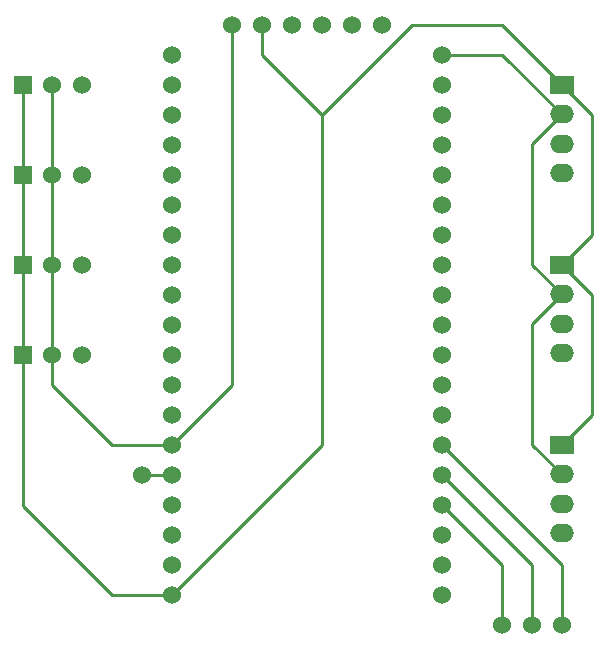
<source format=gtl>
G04 Layer_Physical_Order=1*
G04 Layer_Color=25308*
%FSLAX25Y25*%
%MOIN*%
G70*
G01*
G75*
%ADD10C,0.01000*%
%ADD11C,0.06000*%
%ADD12R,0.06000X0.06000*%
%ADD13O,0.08000X0.06000*%
%ADD14R,0.08000X0.06000*%
D10*
X270000Y100000D02*
Y120000D01*
X250000Y140000D02*
X270000Y120000D01*
X280000Y100000D02*
Y120000D01*
X250000Y150000D02*
X280000Y120000D01*
X290000Y100000D02*
Y120000D01*
X250000Y160000D02*
X290000Y120000D01*
X210000Y160000D02*
Y270000D01*
X190000Y290000D02*
X210000Y270000D01*
X190000Y290000D02*
Y300000D01*
X180000Y180000D02*
Y300000D01*
X160000Y160000D02*
X180000Y180000D01*
X150000Y150000D02*
X160000D01*
X290000Y160000D02*
X300000Y170000D01*
X289843Y150157D02*
X290000D01*
X280000Y160000D02*
X289843Y150157D01*
X280000Y160000D02*
Y200157D01*
X290000Y210157D01*
X289843D02*
X290000D01*
X280000Y220000D02*
X289843Y210157D01*
X280000Y220000D02*
Y260157D01*
X290000Y270158D01*
X289843D02*
X290000D01*
X270000Y290000D02*
X289843Y270158D01*
X250000Y290000D02*
X270000D01*
X300000Y170000D02*
Y210000D01*
X290000Y220000D02*
X300000Y210000D01*
X290000Y220000D02*
X300000Y230000D01*
Y270000D01*
X290000Y280000D02*
X300000Y270000D01*
X270000Y300000D02*
X290000Y280000D01*
X240000Y300000D02*
X270000D01*
X210000Y270000D02*
X240000Y300000D01*
X160000Y110000D02*
X210000Y160000D01*
X120158Y179842D02*
Y190000D01*
Y179842D02*
X140000Y160000D01*
Y110000D02*
X160000D01*
X110500Y139500D02*
X140000Y110000D01*
X110500Y139500D02*
Y190000D01*
Y220000D01*
Y250000D01*
Y280000D01*
X140000Y160000D02*
X160000D01*
X120158Y190000D02*
Y220000D01*
Y250000D01*
Y280000D01*
D11*
X290000Y100000D02*
D03*
X280000D02*
D03*
X270000D02*
D03*
X230000Y300000D02*
D03*
X220000D02*
D03*
X210000D02*
D03*
X200000D02*
D03*
X190000D02*
D03*
X180000D02*
D03*
X150000Y150000D02*
D03*
X130000Y190000D02*
D03*
X120158D02*
D03*
X130000Y220000D02*
D03*
X120158D02*
D03*
X130000Y250000D02*
D03*
X120158D02*
D03*
X130000Y280000D02*
D03*
X120158D02*
D03*
X250000Y290000D02*
D03*
Y280000D02*
D03*
Y270000D02*
D03*
Y260000D02*
D03*
Y250000D02*
D03*
Y240000D02*
D03*
Y230000D02*
D03*
Y220000D02*
D03*
Y210000D02*
D03*
Y200000D02*
D03*
Y190000D02*
D03*
Y180000D02*
D03*
Y170000D02*
D03*
Y160000D02*
D03*
Y150000D02*
D03*
Y140000D02*
D03*
Y130000D02*
D03*
Y120000D02*
D03*
Y110000D02*
D03*
X160000D02*
D03*
Y120000D02*
D03*
Y130000D02*
D03*
Y140000D02*
D03*
Y150000D02*
D03*
Y160000D02*
D03*
Y170000D02*
D03*
Y180000D02*
D03*
Y190000D02*
D03*
Y200000D02*
D03*
Y210000D02*
D03*
Y220000D02*
D03*
Y230000D02*
D03*
Y240000D02*
D03*
Y250000D02*
D03*
Y260000D02*
D03*
Y270000D02*
D03*
Y280000D02*
D03*
Y290000D02*
D03*
D12*
X110500Y190000D02*
D03*
Y220000D02*
D03*
Y250000D02*
D03*
Y280000D02*
D03*
D13*
X290000Y130472D02*
D03*
Y140315D02*
D03*
Y150157D02*
D03*
Y190472D02*
D03*
Y200315D02*
D03*
Y210157D02*
D03*
Y250472D02*
D03*
Y260315D02*
D03*
Y270158D02*
D03*
D14*
Y160000D02*
D03*
Y220000D02*
D03*
Y280000D02*
D03*
M02*

</source>
